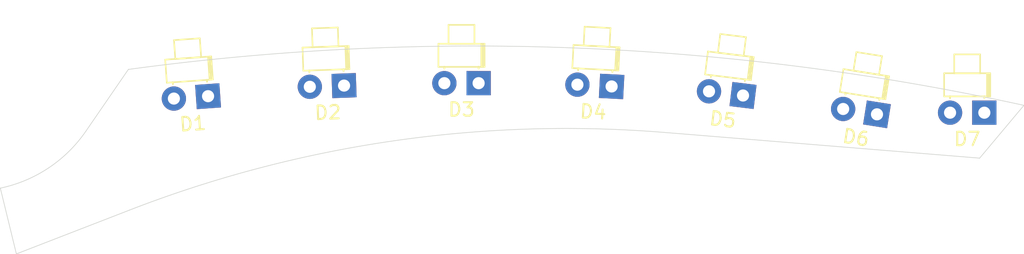
<source format=kicad_pcb>
(kicad_pcb (version 20171130) (host pcbnew "(5.1.12)-1")

  (general
    (thickness 1.6)
    (drawings 8)
    (tracks 0)
    (zones 0)
    (modules 7)
    (nets 1)
  )

  (page A4)
  (layers
    (0 F.Cu signal)
    (31 B.Cu signal)
    (32 B.Adhes user)
    (33 F.Adhes user)
    (34 B.Paste user)
    (35 F.Paste user)
    (36 B.SilkS user)
    (37 F.SilkS user)
    (38 B.Mask user)
    (39 F.Mask user)
    (40 Dwgs.User user)
    (41 Cmts.User user)
    (42 Eco1.User user)
    (43 Eco2.User user)
    (44 Edge.Cuts user)
    (45 Margin user)
    (46 B.CrtYd user)
    (47 F.CrtYd user)
    (48 B.Fab user)
    (49 F.Fab user)
  )

  (setup
    (last_trace_width 0.25)
    (trace_clearance 0.2)
    (zone_clearance 0.508)
    (zone_45_only no)
    (trace_min 0.2)
    (via_size 0.8)
    (via_drill 0.4)
    (via_min_size 0.4)
    (via_min_drill 0.3)
    (uvia_size 0.3)
    (uvia_drill 0.1)
    (uvias_allowed no)
    (uvia_min_size 0.2)
    (uvia_min_drill 0.1)
    (edge_width 0.05)
    (segment_width 0.2)
    (pcb_text_width 0.3)
    (pcb_text_size 1.5 1.5)
    (mod_edge_width 0.12)
    (mod_text_size 1 1)
    (mod_text_width 0.15)
    (pad_size 1.524 1.524)
    (pad_drill 0.762)
    (pad_to_mask_clearance 0)
    (aux_axis_origin 0 0)
    (grid_origin 114.3 88.9)
    (visible_elements 7FFFFFFF)
    (pcbplotparams
      (layerselection 0x010fc_ffffffff)
      (usegerberextensions false)
      (usegerberattributes true)
      (usegerberadvancedattributes true)
      (creategerberjobfile true)
      (excludeedgelayer true)
      (linewidth 0.100000)
      (plotframeref false)
      (viasonmask false)
      (mode 1)
      (useauxorigin false)
      (hpglpennumber 1)
      (hpglpenspeed 20)
      (hpglpendiameter 15.000000)
      (psnegative false)
      (psa4output false)
      (plotreference true)
      (plotvalue true)
      (plotinvisibletext false)
      (padsonsilk false)
      (subtractmaskfromsilk false)
      (outputformat 1)
      (mirror false)
      (drillshape 1)
      (scaleselection 1)
      (outputdirectory ""))
  )

  (net 0 "")

  (net_class Default "This is the default net class."
    (clearance 0.2)
    (trace_width 0.25)
    (via_dia 0.8)
    (via_drill 0.4)
    (uvia_dia 0.3)
    (uvia_drill 0.1)
    (add_net "Net-(D1-Pad1)")
    (add_net "Net-(D1-Pad2)")
    (add_net "Net-(D2-Pad1)")
    (add_net "Net-(D2-Pad2)")
    (add_net "Net-(D3-Pad1)")
    (add_net "Net-(D3-Pad2)")
    (add_net "Net-(D4-Pad1)")
    (add_net "Net-(D4-Pad2)")
    (add_net "Net-(D5-Pad1)")
    (add_net "Net-(D5-Pad2)")
    (add_net "Net-(D6-Pad1)")
    (add_net "Net-(D6-Pad2)")
    (add_net "Net-(D7-Pad1)")
    (add_net "Net-(D7-Pad2)")
  )

  (module LED_THT:LED_D1.8mm_W1.8mm_H2.4mm_Horizontal_O1.27mm_Z1.6mm (layer F.Cu) (tedit 5880A863) (tstamp 619335F5)
    (at 199.39 80.01 180)
    (descr "LED, ,  diameter 1.8mm size 1.8x2.4mm^2 z-position of LED center 1.6mm, 2 pins")
    (tags "LED   diameter 1.8mm size 1.8x2.4mm^2 z-position of LED center 1.6mm 2 pins")
    (path /61936BB8)
    (fp_text reference D7 (at 1.27 -1.96) (layer F.SilkS)
      (effects (font (size 1 1) (thickness 0.15)))
    )
    (fp_text value LED (at 1.27 5.33) (layer F.Fab)
      (effects (font (size 1 1) (thickness 0.15)))
    )
    (fp_line (start -0.38 1.27) (end -0.38 2.87) (layer F.Fab) (width 0.1))
    (fp_line (start -0.38 2.87) (end 2.92 2.87) (layer F.Fab) (width 0.1))
    (fp_line (start 2.92 2.87) (end 2.92 1.27) (layer F.Fab) (width 0.1))
    (fp_line (start 2.92 1.27) (end -0.38 1.27) (layer F.Fab) (width 0.1))
    (fp_line (start 0.37 2.87) (end 0.37 4.27) (layer F.Fab) (width 0.1))
    (fp_line (start 0.37 4.27) (end 2.17 4.27) (layer F.Fab) (width 0.1))
    (fp_line (start 2.17 4.27) (end 2.17 2.87) (layer F.Fab) (width 0.1))
    (fp_line (start 2.17 2.87) (end 0.37 2.87) (layer F.Fab) (width 0.1))
    (fp_line (start 0 0) (end 0 1.27) (layer F.Fab) (width 0.1))
    (fp_line (start 0 1.27) (end 0 1.27) (layer F.Fab) (width 0.1))
    (fp_line (start 0 1.27) (end 0 0) (layer F.Fab) (width 0.1))
    (fp_line (start 0 0) (end 0 0) (layer F.Fab) (width 0.1))
    (fp_line (start 2.54 0) (end 2.54 1.27) (layer F.Fab) (width 0.1))
    (fp_line (start 2.54 1.27) (end 2.54 1.27) (layer F.Fab) (width 0.1))
    (fp_line (start 2.54 1.27) (end 2.54 0) (layer F.Fab) (width 0.1))
    (fp_line (start 2.54 0) (end 2.54 0) (layer F.Fab) (width 0.1))
    (fp_line (start -0.44 1.21) (end -0.44 2.93) (layer F.SilkS) (width 0.12))
    (fp_line (start -0.44 2.93) (end 2.98 2.93) (layer F.SilkS) (width 0.12))
    (fp_line (start 2.98 2.93) (end 2.98 1.21) (layer F.SilkS) (width 0.12))
    (fp_line (start 2.98 1.21) (end -0.44 1.21) (layer F.SilkS) (width 0.12))
    (fp_line (start -0.32 1.21) (end -0.32 2.93) (layer F.SilkS) (width 0.12))
    (fp_line (start -0.2 1.21) (end -0.2 2.93) (layer F.SilkS) (width 0.12))
    (fp_line (start 0.31 2.93) (end 0.31 4.33) (layer F.SilkS) (width 0.12))
    (fp_line (start 0.31 4.33) (end 2.23 4.33) (layer F.SilkS) (width 0.12))
    (fp_line (start 2.23 4.33) (end 2.23 2.93) (layer F.SilkS) (width 0.12))
    (fp_line (start 2.23 2.93) (end 0.31 2.93) (layer F.SilkS) (width 0.12))
    (fp_line (start 0 1.08) (end 0 1.21) (layer F.SilkS) (width 0.12))
    (fp_line (start 0 1.21) (end 0 1.21) (layer F.SilkS) (width 0.12))
    (fp_line (start 0 1.21) (end 0 1.08) (layer F.SilkS) (width 0.12))
    (fp_line (start 0 1.08) (end 0 1.08) (layer F.SilkS) (width 0.12))
    (fp_line (start 2.54 1.08) (end 2.54 1.21) (layer F.SilkS) (width 0.12))
    (fp_line (start 2.54 1.21) (end 2.54 1.21) (layer F.SilkS) (width 0.12))
    (fp_line (start 2.54 1.21) (end 2.54 1.08) (layer F.SilkS) (width 0.12))
    (fp_line (start 2.54 1.08) (end 2.54 1.08) (layer F.SilkS) (width 0.12))
    (fp_line (start -1.25 -1.25) (end -1.25 4.6) (layer F.CrtYd) (width 0.05))
    (fp_line (start -1.25 4.6) (end 3.75 4.6) (layer F.CrtYd) (width 0.05))
    (fp_line (start 3.75 4.6) (end 3.75 -1.25) (layer F.CrtYd) (width 0.05))
    (fp_line (start 3.75 -1.25) (end -1.25 -1.25) (layer F.CrtYd) (width 0.05))
    (pad 2 thru_hole circle (at 2.54 0 180) (size 1.8 1.8) (drill 0.9) (layers *.Cu *.Mask))
    (pad 1 thru_hole rect (at 0 0 180) (size 1.8 1.8) (drill 0.9) (layers *.Cu *.Mask))
    (model ${KISYS3DMOD}/LED_THT.3dshapes/LED_D1.8mm_W1.8mm_H2.4mm_Horizontal_O1.27mm_Z1.6mm.wrl
      (at (xyz 0 0 0))
      (scale (xyz 1 1 1))
      (rotate (xyz 0 0 0))
    )
  )

  (module LED_THT:LED_D1.8mm_W1.8mm_H2.4mm_Horizontal_O1.27mm_Z1.6mm (layer F.Cu) (tedit 5880A863) (tstamp 619335E4)
    (at 191.432 80.132 171)
    (descr "LED, ,  diameter 1.8mm size 1.8x2.4mm^2 z-position of LED center 1.6mm, 2 pins")
    (tags "LED   diameter 1.8mm size 1.8x2.4mm^2 z-position of LED center 1.6mm 2 pins")
    (path /6193654D)
    (fp_text reference D6 (at 1.27 -1.96 171) (layer F.SilkS)
      (effects (font (size 1 1) (thickness 0.15)))
    )
    (fp_text value LED (at 1.27 5.33 171) (layer F.Fab)
      (effects (font (size 1 1) (thickness 0.15)))
    )
    (fp_line (start -0.38 1.27) (end -0.38 2.87) (layer F.Fab) (width 0.1))
    (fp_line (start -0.38 2.87) (end 2.92 2.87) (layer F.Fab) (width 0.1))
    (fp_line (start 2.92 2.87) (end 2.92 1.27) (layer F.Fab) (width 0.1))
    (fp_line (start 2.92 1.27) (end -0.38 1.27) (layer F.Fab) (width 0.1))
    (fp_line (start 0.37 2.87) (end 0.37 4.27) (layer F.Fab) (width 0.1))
    (fp_line (start 0.37 4.27) (end 2.17 4.27) (layer F.Fab) (width 0.1))
    (fp_line (start 2.17 4.27) (end 2.17 2.87) (layer F.Fab) (width 0.1))
    (fp_line (start 2.17 2.87) (end 0.37 2.87) (layer F.Fab) (width 0.1))
    (fp_line (start 0 0) (end 0 1.27) (layer F.Fab) (width 0.1))
    (fp_line (start 0 1.27) (end 0 1.27) (layer F.Fab) (width 0.1))
    (fp_line (start 0 1.27) (end 0 0) (layer F.Fab) (width 0.1))
    (fp_line (start 0 0) (end 0 0) (layer F.Fab) (width 0.1))
    (fp_line (start 2.54 0) (end 2.54 1.27) (layer F.Fab) (width 0.1))
    (fp_line (start 2.54 1.27) (end 2.54 1.27) (layer F.Fab) (width 0.1))
    (fp_line (start 2.54 1.27) (end 2.54 0) (layer F.Fab) (width 0.1))
    (fp_line (start 2.54 0) (end 2.54 0) (layer F.Fab) (width 0.1))
    (fp_line (start -0.44 1.21) (end -0.44 2.93) (layer F.SilkS) (width 0.12))
    (fp_line (start -0.44 2.93) (end 2.98 2.93) (layer F.SilkS) (width 0.12))
    (fp_line (start 2.98 2.93) (end 2.98 1.21) (layer F.SilkS) (width 0.12))
    (fp_line (start 2.98 1.21) (end -0.44 1.21) (layer F.SilkS) (width 0.12))
    (fp_line (start -0.32 1.21) (end -0.32 2.93) (layer F.SilkS) (width 0.12))
    (fp_line (start -0.2 1.21) (end -0.2 2.93) (layer F.SilkS) (width 0.12))
    (fp_line (start 0.31 2.93) (end 0.31 4.33) (layer F.SilkS) (width 0.12))
    (fp_line (start 0.31 4.33) (end 2.23 4.33) (layer F.SilkS) (width 0.12))
    (fp_line (start 2.23 4.33) (end 2.23 2.93) (layer F.SilkS) (width 0.12))
    (fp_line (start 2.23 2.93) (end 0.31 2.93) (layer F.SilkS) (width 0.12))
    (fp_line (start 0 1.08) (end 0 1.21) (layer F.SilkS) (width 0.12))
    (fp_line (start 0 1.21) (end 0 1.21) (layer F.SilkS) (width 0.12))
    (fp_line (start 0 1.21) (end 0 1.08) (layer F.SilkS) (width 0.12))
    (fp_line (start 0 1.08) (end 0 1.08) (layer F.SilkS) (width 0.12))
    (fp_line (start 2.54 1.08) (end 2.54 1.21) (layer F.SilkS) (width 0.12))
    (fp_line (start 2.54 1.21) (end 2.54 1.21) (layer F.SilkS) (width 0.12))
    (fp_line (start 2.54 1.21) (end 2.54 1.08) (layer F.SilkS) (width 0.12))
    (fp_line (start 2.54 1.08) (end 2.54 1.08) (layer F.SilkS) (width 0.12))
    (fp_line (start -1.25 -1.25) (end -1.25 4.6) (layer F.CrtYd) (width 0.05))
    (fp_line (start -1.25 4.6) (end 3.75 4.6) (layer F.CrtYd) (width 0.05))
    (fp_line (start 3.75 4.6) (end 3.75 -1.25) (layer F.CrtYd) (width 0.05))
    (fp_line (start 3.75 -1.25) (end -1.25 -1.25) (layer F.CrtYd) (width 0.05))
    (pad 2 thru_hole circle (at 2.54 0 171) (size 1.8 1.8) (drill 0.9) (layers *.Cu *.Mask))
    (pad 1 thru_hole rect (at 0 0 171) (size 1.8 1.8) (drill 0.9) (layers *.Cu *.Mask))
    (model ${KISYS3DMOD}/LED_THT.3dshapes/LED_D1.8mm_W1.8mm_H2.4mm_Horizontal_O1.27mm_Z1.6mm.wrl
      (at (xyz 0 0 0))
      (scale (xyz 1 1 1))
      (rotate (xyz 0 0 0))
    )
  )

  (module LED_THT:LED_D1.8mm_W1.8mm_H2.4mm_Horizontal_O1.27mm_Z1.6mm (layer F.Cu) (tedit 5880A863) (tstamp 619335D3)
    (at 181.499 78.733 173)
    (descr "LED, ,  diameter 1.8mm size 1.8x2.4mm^2 z-position of LED center 1.6mm, 2 pins")
    (tags "LED   diameter 1.8mm size 1.8x2.4mm^2 z-position of LED center 1.6mm 2 pins")
    (path /61935C9A)
    (fp_text reference D5 (at 1.27 -1.96 173) (layer F.SilkS)
      (effects (font (size 1 1) (thickness 0.15)))
    )
    (fp_text value LED (at 1.27 5.33 173) (layer F.Fab)
      (effects (font (size 1 1) (thickness 0.15)))
    )
    (fp_line (start -0.38 1.27) (end -0.38 2.87) (layer F.Fab) (width 0.1))
    (fp_line (start -0.38 2.87) (end 2.92 2.87) (layer F.Fab) (width 0.1))
    (fp_line (start 2.92 2.87) (end 2.92 1.27) (layer F.Fab) (width 0.1))
    (fp_line (start 2.92 1.27) (end -0.38 1.27) (layer F.Fab) (width 0.1))
    (fp_line (start 0.37 2.87) (end 0.37 4.27) (layer F.Fab) (width 0.1))
    (fp_line (start 0.37 4.27) (end 2.17 4.27) (layer F.Fab) (width 0.1))
    (fp_line (start 2.17 4.27) (end 2.17 2.87) (layer F.Fab) (width 0.1))
    (fp_line (start 2.17 2.87) (end 0.37 2.87) (layer F.Fab) (width 0.1))
    (fp_line (start 0 0) (end 0 1.27) (layer F.Fab) (width 0.1))
    (fp_line (start 0 1.27) (end 0 1.27) (layer F.Fab) (width 0.1))
    (fp_line (start 0 1.27) (end 0 0) (layer F.Fab) (width 0.1))
    (fp_line (start 0 0) (end 0 0) (layer F.Fab) (width 0.1))
    (fp_line (start 2.54 0) (end 2.54 1.27) (layer F.Fab) (width 0.1))
    (fp_line (start 2.54 1.27) (end 2.54 1.27) (layer F.Fab) (width 0.1))
    (fp_line (start 2.54 1.27) (end 2.54 0) (layer F.Fab) (width 0.1))
    (fp_line (start 2.54 0) (end 2.54 0) (layer F.Fab) (width 0.1))
    (fp_line (start -0.44 1.21) (end -0.44 2.93) (layer F.SilkS) (width 0.12))
    (fp_line (start -0.44 2.93) (end 2.98 2.93) (layer F.SilkS) (width 0.12))
    (fp_line (start 2.98 2.93) (end 2.98 1.21) (layer F.SilkS) (width 0.12))
    (fp_line (start 2.98 1.21) (end -0.44 1.21) (layer F.SilkS) (width 0.12))
    (fp_line (start -0.32 1.21) (end -0.32 2.93) (layer F.SilkS) (width 0.12))
    (fp_line (start -0.2 1.21) (end -0.2 2.93) (layer F.SilkS) (width 0.12))
    (fp_line (start 0.31 2.93) (end 0.31 4.33) (layer F.SilkS) (width 0.12))
    (fp_line (start 0.31 4.33) (end 2.23 4.33) (layer F.SilkS) (width 0.12))
    (fp_line (start 2.23 4.33) (end 2.23 2.93) (layer F.SilkS) (width 0.12))
    (fp_line (start 2.23 2.93) (end 0.31 2.93) (layer F.SilkS) (width 0.12))
    (fp_line (start 0 1.08) (end 0 1.21) (layer F.SilkS) (width 0.12))
    (fp_line (start 0 1.21) (end 0 1.21) (layer F.SilkS) (width 0.12))
    (fp_line (start 0 1.21) (end 0 1.08) (layer F.SilkS) (width 0.12))
    (fp_line (start 0 1.08) (end 0 1.08) (layer F.SilkS) (width 0.12))
    (fp_line (start 2.54 1.08) (end 2.54 1.21) (layer F.SilkS) (width 0.12))
    (fp_line (start 2.54 1.21) (end 2.54 1.21) (layer F.SilkS) (width 0.12))
    (fp_line (start 2.54 1.21) (end 2.54 1.08) (layer F.SilkS) (width 0.12))
    (fp_line (start 2.54 1.08) (end 2.54 1.08) (layer F.SilkS) (width 0.12))
    (fp_line (start -1.25 -1.25) (end -1.25 4.6) (layer F.CrtYd) (width 0.05))
    (fp_line (start -1.25 4.6) (end 3.75 4.6) (layer F.CrtYd) (width 0.05))
    (fp_line (start 3.75 4.6) (end 3.75 -1.25) (layer F.CrtYd) (width 0.05))
    (fp_line (start 3.75 -1.25) (end -1.25 -1.25) (layer F.CrtYd) (width 0.05))
    (pad 2 thru_hole circle (at 2.54 0 173) (size 1.8 1.8) (drill 0.9) (layers *.Cu *.Mask))
    (pad 1 thru_hole rect (at 0 0 173) (size 1.8 1.8) (drill 0.9) (layers *.Cu *.Mask))
    (model ${KISYS3DMOD}/LED_THT.3dshapes/LED_D1.8mm_W1.8mm_H2.4mm_Horizontal_O1.27mm_Z1.6mm.wrl
      (at (xyz 0 0 0))
      (scale (xyz 1 1 1))
      (rotate (xyz 0 0 0))
    )
  )

  (module LED_THT:LED_D1.8mm_W1.8mm_H2.4mm_Horizontal_O1.27mm_Z1.6mm (layer F.Cu) (tedit 5880A863) (tstamp 619335C2)
    (at 171.757 78.061 177)
    (descr "LED, ,  diameter 1.8mm size 1.8x2.4mm^2 z-position of LED center 1.6mm, 2 pins")
    (tags "LED   diameter 1.8mm size 1.8x2.4mm^2 z-position of LED center 1.6mm 2 pins")
    (path /61934FA9)
    (fp_text reference D4 (at 1.27 -1.96 177) (layer F.SilkS)
      (effects (font (size 1 1) (thickness 0.15)))
    )
    (fp_text value LED (at 1.27 5.33 177) (layer F.Fab)
      (effects (font (size 1 1) (thickness 0.15)))
    )
    (fp_line (start -0.38 1.27) (end -0.38 2.87) (layer F.Fab) (width 0.1))
    (fp_line (start -0.38 2.87) (end 2.92 2.87) (layer F.Fab) (width 0.1))
    (fp_line (start 2.92 2.87) (end 2.92 1.27) (layer F.Fab) (width 0.1))
    (fp_line (start 2.92 1.27) (end -0.38 1.27) (layer F.Fab) (width 0.1))
    (fp_line (start 0.37 2.87) (end 0.37 4.27) (layer F.Fab) (width 0.1))
    (fp_line (start 0.37 4.27) (end 2.17 4.27) (layer F.Fab) (width 0.1))
    (fp_line (start 2.17 4.27) (end 2.17 2.87) (layer F.Fab) (width 0.1))
    (fp_line (start 2.17 2.87) (end 0.37 2.87) (layer F.Fab) (width 0.1))
    (fp_line (start 0 0) (end 0 1.27) (layer F.Fab) (width 0.1))
    (fp_line (start 0 1.27) (end 0 1.27) (layer F.Fab) (width 0.1))
    (fp_line (start 0 1.27) (end 0 0) (layer F.Fab) (width 0.1))
    (fp_line (start 0 0) (end 0 0) (layer F.Fab) (width 0.1))
    (fp_line (start 2.54 0) (end 2.54 1.27) (layer F.Fab) (width 0.1))
    (fp_line (start 2.54 1.27) (end 2.54 1.27) (layer F.Fab) (width 0.1))
    (fp_line (start 2.54 1.27) (end 2.54 0) (layer F.Fab) (width 0.1))
    (fp_line (start 2.54 0) (end 2.54 0) (layer F.Fab) (width 0.1))
    (fp_line (start -0.44 1.21) (end -0.44 2.93) (layer F.SilkS) (width 0.12))
    (fp_line (start -0.44 2.93) (end 2.98 2.93) (layer F.SilkS) (width 0.12))
    (fp_line (start 2.98 2.93) (end 2.98 1.21) (layer F.SilkS) (width 0.12))
    (fp_line (start 2.98 1.21) (end -0.44 1.21) (layer F.SilkS) (width 0.12))
    (fp_line (start -0.32 1.21) (end -0.32 2.93) (layer F.SilkS) (width 0.12))
    (fp_line (start -0.2 1.21) (end -0.2 2.93) (layer F.SilkS) (width 0.12))
    (fp_line (start 0.31 2.93) (end 0.31 4.33) (layer F.SilkS) (width 0.12))
    (fp_line (start 0.31 4.33) (end 2.23 4.33) (layer F.SilkS) (width 0.12))
    (fp_line (start 2.23 4.33) (end 2.23 2.93) (layer F.SilkS) (width 0.12))
    (fp_line (start 2.23 2.93) (end 0.31 2.93) (layer F.SilkS) (width 0.12))
    (fp_line (start 0 1.08) (end 0 1.21) (layer F.SilkS) (width 0.12))
    (fp_line (start 0 1.21) (end 0 1.21) (layer F.SilkS) (width 0.12))
    (fp_line (start 0 1.21) (end 0 1.08) (layer F.SilkS) (width 0.12))
    (fp_line (start 0 1.08) (end 0 1.08) (layer F.SilkS) (width 0.12))
    (fp_line (start 2.54 1.08) (end 2.54 1.21) (layer F.SilkS) (width 0.12))
    (fp_line (start 2.54 1.21) (end 2.54 1.21) (layer F.SilkS) (width 0.12))
    (fp_line (start 2.54 1.21) (end 2.54 1.08) (layer F.SilkS) (width 0.12))
    (fp_line (start 2.54 1.08) (end 2.54 1.08) (layer F.SilkS) (width 0.12))
    (fp_line (start -1.25 -1.25) (end -1.25 4.6) (layer F.CrtYd) (width 0.05))
    (fp_line (start -1.25 4.6) (end 3.75 4.6) (layer F.CrtYd) (width 0.05))
    (fp_line (start 3.75 4.6) (end 3.75 -1.25) (layer F.CrtYd) (width 0.05))
    (fp_line (start 3.75 -1.25) (end -1.25 -1.25) (layer F.CrtYd) (width 0.05))
    (pad 2 thru_hole circle (at 2.54 0 177) (size 1.8 1.8) (drill 0.9) (layers *.Cu *.Mask))
    (pad 1 thru_hole rect (at 0 0 177) (size 1.8 1.8) (drill 0.9) (layers *.Cu *.Mask))
    (model ${KISYS3DMOD}/LED_THT.3dshapes/LED_D1.8mm_W1.8mm_H2.4mm_Horizontal_O1.27mm_Z1.6mm.wrl
      (at (xyz 0 0 0))
      (scale (xyz 1 1 1))
      (rotate (xyz 0 0 0))
    )
  )

  (module LED_THT:LED_D1.8mm_W1.8mm_H2.4mm_Horizontal_O1.27mm_Z1.6mm (layer F.Cu) (tedit 5880A863) (tstamp 619335B1)
    (at 161.897 77.817 180)
    (descr "LED, ,  diameter 1.8mm size 1.8x2.4mm^2 z-position of LED center 1.6mm, 2 pins")
    (tags "LED   diameter 1.8mm size 1.8x2.4mm^2 z-position of LED center 1.6mm 2 pins")
    (path /619349C9)
    (fp_text reference D3 (at 1.27 -1.96) (layer F.SilkS)
      (effects (font (size 1 1) (thickness 0.15)))
    )
    (fp_text value LED (at 1.27 5.33) (layer F.Fab)
      (effects (font (size 1 1) (thickness 0.15)))
    )
    (fp_line (start -0.38 1.27) (end -0.38 2.87) (layer F.Fab) (width 0.1))
    (fp_line (start -0.38 2.87) (end 2.92 2.87) (layer F.Fab) (width 0.1))
    (fp_line (start 2.92 2.87) (end 2.92 1.27) (layer F.Fab) (width 0.1))
    (fp_line (start 2.92 1.27) (end -0.38 1.27) (layer F.Fab) (width 0.1))
    (fp_line (start 0.37 2.87) (end 0.37 4.27) (layer F.Fab) (width 0.1))
    (fp_line (start 0.37 4.27) (end 2.17 4.27) (layer F.Fab) (width 0.1))
    (fp_line (start 2.17 4.27) (end 2.17 2.87) (layer F.Fab) (width 0.1))
    (fp_line (start 2.17 2.87) (end 0.37 2.87) (layer F.Fab) (width 0.1))
    (fp_line (start 0 0) (end 0 1.27) (layer F.Fab) (width 0.1))
    (fp_line (start 0 1.27) (end 0 1.27) (layer F.Fab) (width 0.1))
    (fp_line (start 0 1.27) (end 0 0) (layer F.Fab) (width 0.1))
    (fp_line (start 0 0) (end 0 0) (layer F.Fab) (width 0.1))
    (fp_line (start 2.54 0) (end 2.54 1.27) (layer F.Fab) (width 0.1))
    (fp_line (start 2.54 1.27) (end 2.54 1.27) (layer F.Fab) (width 0.1))
    (fp_line (start 2.54 1.27) (end 2.54 0) (layer F.Fab) (width 0.1))
    (fp_line (start 2.54 0) (end 2.54 0) (layer F.Fab) (width 0.1))
    (fp_line (start -0.44 1.21) (end -0.44 2.93) (layer F.SilkS) (width 0.12))
    (fp_line (start -0.44 2.93) (end 2.98 2.93) (layer F.SilkS) (width 0.12))
    (fp_line (start 2.98 2.93) (end 2.98 1.21) (layer F.SilkS) (width 0.12))
    (fp_line (start 2.98 1.21) (end -0.44 1.21) (layer F.SilkS) (width 0.12))
    (fp_line (start -0.32 1.21) (end -0.32 2.93) (layer F.SilkS) (width 0.12))
    (fp_line (start -0.2 1.21) (end -0.2 2.93) (layer F.SilkS) (width 0.12))
    (fp_line (start 0.31 2.93) (end 0.31 4.33) (layer F.SilkS) (width 0.12))
    (fp_line (start 0.31 4.33) (end 2.23 4.33) (layer F.SilkS) (width 0.12))
    (fp_line (start 2.23 4.33) (end 2.23 2.93) (layer F.SilkS) (width 0.12))
    (fp_line (start 2.23 2.93) (end 0.31 2.93) (layer F.SilkS) (width 0.12))
    (fp_line (start 0 1.08) (end 0 1.21) (layer F.SilkS) (width 0.12))
    (fp_line (start 0 1.21) (end 0 1.21) (layer F.SilkS) (width 0.12))
    (fp_line (start 0 1.21) (end 0 1.08) (layer F.SilkS) (width 0.12))
    (fp_line (start 0 1.08) (end 0 1.08) (layer F.SilkS) (width 0.12))
    (fp_line (start 2.54 1.08) (end 2.54 1.21) (layer F.SilkS) (width 0.12))
    (fp_line (start 2.54 1.21) (end 2.54 1.21) (layer F.SilkS) (width 0.12))
    (fp_line (start 2.54 1.21) (end 2.54 1.08) (layer F.SilkS) (width 0.12))
    (fp_line (start 2.54 1.08) (end 2.54 1.08) (layer F.SilkS) (width 0.12))
    (fp_line (start -1.25 -1.25) (end -1.25 4.6) (layer F.CrtYd) (width 0.05))
    (fp_line (start -1.25 4.6) (end 3.75 4.6) (layer F.CrtYd) (width 0.05))
    (fp_line (start 3.75 4.6) (end 3.75 -1.25) (layer F.CrtYd) (width 0.05))
    (fp_line (start 3.75 -1.25) (end -1.25 -1.25) (layer F.CrtYd) (width 0.05))
    (pad 2 thru_hole circle (at 2.54 0 180) (size 1.8 1.8) (drill 0.9) (layers *.Cu *.Mask))
    (pad 1 thru_hole rect (at 0 0 180) (size 1.8 1.8) (drill 0.9) (layers *.Cu *.Mask))
    (model ${KISYS3DMOD}/LED_THT.3dshapes/LED_D1.8mm_W1.8mm_H2.4mm_Horizontal_O1.27mm_Z1.6mm.wrl
      (at (xyz 0 0 0))
      (scale (xyz 1 1 1))
      (rotate (xyz 0 0 0))
    )
  )

  (module LED_THT:LED_D1.8mm_W1.8mm_H2.4mm_Horizontal_O1.27mm_Z1.6mm (layer F.Cu) (tedit 5880A863) (tstamp 619335A0)
    (at 151.92 77.997 182)
    (descr "LED, ,  diameter 1.8mm size 1.8x2.4mm^2 z-position of LED center 1.6mm, 2 pins")
    (tags "LED   diameter 1.8mm size 1.8x2.4mm^2 z-position of LED center 1.6mm 2 pins")
    (path /61933F4F)
    (fp_text reference D2 (at 1.27 -1.96 2) (layer F.SilkS)
      (effects (font (size 1 1) (thickness 0.15)))
    )
    (fp_text value LED (at 1.27 5.33 2) (layer F.Fab)
      (effects (font (size 1 1) (thickness 0.15)))
    )
    (fp_line (start -0.38 1.27) (end -0.38 2.87) (layer F.Fab) (width 0.1))
    (fp_line (start -0.38 2.87) (end 2.92 2.87) (layer F.Fab) (width 0.1))
    (fp_line (start 2.92 2.87) (end 2.92 1.27) (layer F.Fab) (width 0.1))
    (fp_line (start 2.92 1.27) (end -0.38 1.27) (layer F.Fab) (width 0.1))
    (fp_line (start 0.37 2.87) (end 0.37 4.27) (layer F.Fab) (width 0.1))
    (fp_line (start 0.37 4.27) (end 2.17 4.27) (layer F.Fab) (width 0.1))
    (fp_line (start 2.17 4.27) (end 2.17 2.87) (layer F.Fab) (width 0.1))
    (fp_line (start 2.17 2.87) (end 0.37 2.87) (layer F.Fab) (width 0.1))
    (fp_line (start 0 0) (end 0 1.27) (layer F.Fab) (width 0.1))
    (fp_line (start 0 1.27) (end 0 1.27) (layer F.Fab) (width 0.1))
    (fp_line (start 0 1.27) (end 0 0) (layer F.Fab) (width 0.1))
    (fp_line (start 0 0) (end 0 0) (layer F.Fab) (width 0.1))
    (fp_line (start 2.54 0) (end 2.54 1.27) (layer F.Fab) (width 0.1))
    (fp_line (start 2.54 1.27) (end 2.54 1.27) (layer F.Fab) (width 0.1))
    (fp_line (start 2.54 1.27) (end 2.54 0) (layer F.Fab) (width 0.1))
    (fp_line (start 2.54 0) (end 2.54 0) (layer F.Fab) (width 0.1))
    (fp_line (start -0.44 1.21) (end -0.44 2.93) (layer F.SilkS) (width 0.12))
    (fp_line (start -0.44 2.93) (end 2.98 2.93) (layer F.SilkS) (width 0.12))
    (fp_line (start 2.98 2.93) (end 2.98 1.21) (layer F.SilkS) (width 0.12))
    (fp_line (start 2.98 1.21) (end -0.44 1.21) (layer F.SilkS) (width 0.12))
    (fp_line (start -0.32 1.21) (end -0.32 2.93) (layer F.SilkS) (width 0.12))
    (fp_line (start -0.2 1.21) (end -0.2 2.93) (layer F.SilkS) (width 0.12))
    (fp_line (start 0.31 2.93) (end 0.31 4.33) (layer F.SilkS) (width 0.12))
    (fp_line (start 0.31 4.33) (end 2.23 4.33) (layer F.SilkS) (width 0.12))
    (fp_line (start 2.23 4.33) (end 2.23 2.93) (layer F.SilkS) (width 0.12))
    (fp_line (start 2.23 2.93) (end 0.31 2.93) (layer F.SilkS) (width 0.12))
    (fp_line (start 0 1.08) (end 0 1.21) (layer F.SilkS) (width 0.12))
    (fp_line (start 0 1.21) (end 0 1.21) (layer F.SilkS) (width 0.12))
    (fp_line (start 0 1.21) (end 0 1.08) (layer F.SilkS) (width 0.12))
    (fp_line (start 0 1.08) (end 0 1.08) (layer F.SilkS) (width 0.12))
    (fp_line (start 2.54 1.08) (end 2.54 1.21) (layer F.SilkS) (width 0.12))
    (fp_line (start 2.54 1.21) (end 2.54 1.21) (layer F.SilkS) (width 0.12))
    (fp_line (start 2.54 1.21) (end 2.54 1.08) (layer F.SilkS) (width 0.12))
    (fp_line (start 2.54 1.08) (end 2.54 1.08) (layer F.SilkS) (width 0.12))
    (fp_line (start -1.25 -1.25) (end -1.25 4.6) (layer F.CrtYd) (width 0.05))
    (fp_line (start -1.25 4.6) (end 3.75 4.6) (layer F.CrtYd) (width 0.05))
    (fp_line (start 3.75 4.6) (end 3.75 -1.25) (layer F.CrtYd) (width 0.05))
    (fp_line (start 3.75 -1.25) (end -1.25 -1.25) (layer F.CrtYd) (width 0.05))
    (pad 2 thru_hole circle (at 2.54 0 182) (size 1.8 1.8) (drill 0.9) (layers *.Cu *.Mask))
    (pad 1 thru_hole rect (at 0 0 182) (size 1.8 1.8) (drill 0.9) (layers *.Cu *.Mask))
    (model ${KISYS3DMOD}/LED_THT.3dshapes/LED_D1.8mm_W1.8mm_H2.4mm_Horizontal_O1.27mm_Z1.6mm.wrl
      (at (xyz 0 0 0))
      (scale (xyz 1 1 1))
      (rotate (xyz 0 0 0))
    )
  )

  (module LED_THT:LED_D1.8mm_W1.8mm_H2.4mm_Horizontal_O1.27mm_Z1.6mm (layer F.Cu) (tedit 5880A863) (tstamp 6193358F)
    (at 141.837 78.784 184)
    (descr "LED, ,  diameter 1.8mm size 1.8x2.4mm^2 z-position of LED center 1.6mm, 2 pins")
    (tags "LED   diameter 1.8mm size 1.8x2.4mm^2 z-position of LED center 1.6mm 2 pins")
    (path /6193354C)
    (fp_text reference D1 (at 1.27 -1.96 4) (layer F.SilkS)
      (effects (font (size 1 1) (thickness 0.15)))
    )
    (fp_text value LED (at 1.27 5.33 4) (layer F.Fab)
      (effects (font (size 1 1) (thickness 0.15)))
    )
    (fp_line (start -0.38 1.27) (end -0.38 2.87) (layer F.Fab) (width 0.1))
    (fp_line (start -0.38 2.87) (end 2.92 2.87) (layer F.Fab) (width 0.1))
    (fp_line (start 2.92 2.87) (end 2.92 1.27) (layer F.Fab) (width 0.1))
    (fp_line (start 2.92 1.27) (end -0.38 1.27) (layer F.Fab) (width 0.1))
    (fp_line (start 0.37 2.87) (end 0.37 4.27) (layer F.Fab) (width 0.1))
    (fp_line (start 0.37 4.27) (end 2.17 4.27) (layer F.Fab) (width 0.1))
    (fp_line (start 2.17 4.27) (end 2.17 2.87) (layer F.Fab) (width 0.1))
    (fp_line (start 2.17 2.87) (end 0.37 2.87) (layer F.Fab) (width 0.1))
    (fp_line (start 0 0) (end 0 1.27) (layer F.Fab) (width 0.1))
    (fp_line (start 0 1.27) (end 0 1.27) (layer F.Fab) (width 0.1))
    (fp_line (start 0 1.27) (end 0 0) (layer F.Fab) (width 0.1))
    (fp_line (start 0 0) (end 0 0) (layer F.Fab) (width 0.1))
    (fp_line (start 2.54 0) (end 2.54 1.27) (layer F.Fab) (width 0.1))
    (fp_line (start 2.54 1.27) (end 2.54 1.27) (layer F.Fab) (width 0.1))
    (fp_line (start 2.54 1.27) (end 2.54 0) (layer F.Fab) (width 0.1))
    (fp_line (start 2.54 0) (end 2.54 0) (layer F.Fab) (width 0.1))
    (fp_line (start -0.44 1.21) (end -0.44 2.93) (layer F.SilkS) (width 0.12))
    (fp_line (start -0.44 2.93) (end 2.98 2.93) (layer F.SilkS) (width 0.12))
    (fp_line (start 2.98 2.93) (end 2.98 1.21) (layer F.SilkS) (width 0.12))
    (fp_line (start 2.98 1.21) (end -0.44 1.21) (layer F.SilkS) (width 0.12))
    (fp_line (start -0.32 1.21) (end -0.32 2.93) (layer F.SilkS) (width 0.12))
    (fp_line (start -0.2 1.21) (end -0.2 2.93) (layer F.SilkS) (width 0.12))
    (fp_line (start 0.31 2.93) (end 0.31 4.33) (layer F.SilkS) (width 0.12))
    (fp_line (start 0.31 4.33) (end 2.23 4.33) (layer F.SilkS) (width 0.12))
    (fp_line (start 2.23 4.33) (end 2.23 2.93) (layer F.SilkS) (width 0.12))
    (fp_line (start 2.23 2.93) (end 0.31 2.93) (layer F.SilkS) (width 0.12))
    (fp_line (start 0 1.08) (end 0 1.21) (layer F.SilkS) (width 0.12))
    (fp_line (start 0 1.21) (end 0 1.21) (layer F.SilkS) (width 0.12))
    (fp_line (start 0 1.21) (end 0 1.08) (layer F.SilkS) (width 0.12))
    (fp_line (start 0 1.08) (end 0 1.08) (layer F.SilkS) (width 0.12))
    (fp_line (start 2.54 1.08) (end 2.54 1.21) (layer F.SilkS) (width 0.12))
    (fp_line (start 2.54 1.21) (end 2.54 1.21) (layer F.SilkS) (width 0.12))
    (fp_line (start 2.54 1.21) (end 2.54 1.08) (layer F.SilkS) (width 0.12))
    (fp_line (start 2.54 1.08) (end 2.54 1.08) (layer F.SilkS) (width 0.12))
    (fp_line (start -1.25 -1.25) (end -1.25 4.6) (layer F.CrtYd) (width 0.05))
    (fp_line (start -1.25 4.6) (end 3.75 4.6) (layer F.CrtYd) (width 0.05))
    (fp_line (start 3.75 4.6) (end 3.75 -1.25) (layer F.CrtYd) (width 0.05))
    (fp_line (start 3.75 -1.25) (end -1.25 -1.25) (layer F.CrtYd) (width 0.05))
    (pad 2 thru_hole circle (at 2.54 0 184) (size 1.8 1.8) (drill 0.9) (layers *.Cu *.Mask))
    (pad 1 thru_hole rect (at 0 0 184) (size 1.8 1.8) (drill 0.9) (layers *.Cu *.Mask))
    (model ${KISYS3DMOD}/LED_THT.3dshapes/LED_D1.8mm_W1.8mm_H2.4mm_Horizontal_O1.27mm_Z1.6mm.wrl
      (at (xyz 0 0 0))
      (scale (xyz 1 1 1))
      (rotate (xyz 0 0 0))
    )
  )

  (gr_line (start 126.436 85.615) (end 127.625 90.501) (angle 90) (layer Edge.Cuts) (width 0.05))
  (gr_arc (start 124.334 75.595) (end 126.436 85.615) (angle -43.688) (layer Edge.Cuts) (width 0.05))
  (gr_line (start 132.775 81.389) (end 135.927 76.797) (angle 90) (layer Edge.Cuts) (width 0.05))
  (gr_arc (start 161.601 265.432) (end 202.326 79.465) (angle -20.103) (layer Edge.Cuts) (width 0.05))
  (gr_line (start 127.625 90.501) (end 136.008 87.248) (angle 90) (layer Edge.Cuts) (width 0.05))
  (gr_line (start 199.043 83.387) (end 202.326 79.465) (angle 90) (layer Edge.Cuts) (width 0.05))
  (gr_arc (start 168.399 170.701) (end 175.689 81.479) (angle -25.884) (layer Edge.Cuts) (width 0.05))
  (gr_line (start 175.689 81.479) (end 199.043 83.387) (angle 90) (layer Edge.Cuts) (width 0.05))

)
    
</source>
